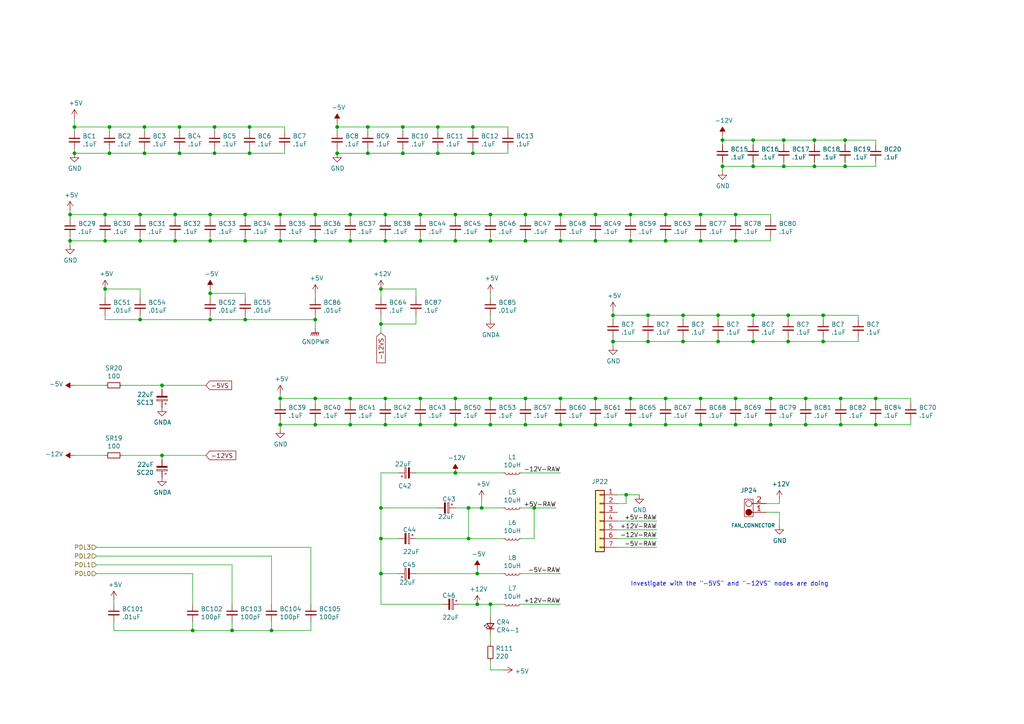
<source format=kicad_sch>
(kicad_sch (version 20211123) (generator eeschema)
  (paper "A4")
  (title_block (rev "2"))
  (lib_symbols
    (symbol "Connector_Generic:Conn_01x07" (pin_names (offset 1.016) hide)
      (property "Reference" "J" (at 0 10.16 0))
      (property "Value" "Conn_01x07" (at 0 -10.16 0))
      (symbol "Conn_01x07_1_1"
        (pin passive line (at -5.08 7.62 0) (length 3.81) (name "Pin_1") (number "1"))
        (pin passive line (at -5.08 5.08 0) (length 3.81) (name "Pin_2") (number "2"))
        (pin passive line (at -5.08 2.54 0) (length 3.81) (name "Pin_3") (number "3"))
        (pin passive line (at -5.08 0 0) (length 3.81) (name "Pin_4") (number "4"))
        (pin passive line (at -5.08 -2.54 0) (length 3.81) (name "Pin_5") (number "5"))
        (pin passive line (at -5.08 -5.08 0) (length 3.81) (name "Pin_6") (number "6"))
        (pin passive line (at -5.08 -7.62 0) (length 3.81) (name "Pin_7") (number "7"))
      )
    )
    (symbol "Device:C_Small" (pin_numbers hide) (pin_names (offset 0.254) hide)
      (property "Reference" "C" (at 0.254 1.778 0))
      (property "Value" "C_Small" (at 0.254 -2.032 0))
      (symbol "C_Small_1_1"
        (pin passive line (at 0 2.54 270) (length 2.032) (name "~") (number "1"))
        (pin passive line (at 0 -2.54 90) (length 2.032) (name "~") (number "2"))
      )
    )
    (symbol "Device:LED_Small" (pin_numbers hide) (pin_names (offset 0.254) hide)
      (property "Reference" "D" (at -1.27 3.175 0))
      (property "Value" "LED_Small" (at -4.445 -2.54 0))
      (symbol "LED_Small_1_1"
        (pin passive line (at -2.54 0 0) (length 1.778) (name "K") (number "1"))
        (pin passive line (at 2.54 0 180) (length 1.778) (name "A") (number "2"))
      )
    )
    (symbol "Device:L_Small" (pin_numbers hide) (pin_names (offset 0.254) hide)
      (property "Reference" "L" (at 0.762 1.016 0))
      (property "Value" "L_Small" (at 0.762 -1.016 0))
      (symbol "L_Small_1_1"
        (pin passive line (at 0 2.54 270) (length 0.508) (name "~") (number "1"))
        (pin passive line (at 0 -2.54 90) (length 0.508) (name "~") (number "2"))
      )
    )
    (symbol "Device:R_Small" (pin_numbers hide) (pin_names (offset 0.254) hide)
      (property "Reference" "R" (at 0.762 0.508 0))
      (property "Value" "R_Small" (at 0.762 -1.016 0))
      (symbol "R_Small_1_1"
        (pin passive line (at 0 2.54 270) (length 0.762) (name "~") (number "1"))
        (pin passive line (at 0 -2.54 90) (length 0.762) (name "~") (number "2"))
      )
    )
    (symbol "IIgs-Schematic-rescue:CP_Small-Device" (pin_numbers hide) (pin_names (offset 0.254) hide)
      (property "Reference" "C" (at 0.254 1.778 0))
      (property "Value" "CP_Small-Device" (at 0.254 -2.032 0))
      (symbol "CP_Small-Device_1_1"
        (pin passive line (at 0 2.54 270) (length 1.8542) (name "~") (number "1"))
        (pin passive line (at 0 -2.54 90) (length 1.8542) (name "~") (number "2"))
      )
    )
    (symbol "IIgs-Schematic-rescue:M02-freetronics_schematic-IIgs-Schematic-rescue" (pin_names (offset 0.762) hide)
      (property "Reference" "JP" (at -2.54 2.54 0))
      (property "Value" "IIgs-Schematic-rescue_M02-freetronics_schematic-IIgs-Schematic-rescue" (at -2.54 -5.08 0))
      (symbol "M02-freetronics_schematic-IIgs-Schematic-rescue_0_1"
        (pin passive line (at -7.62 0 0) (length 4.191) (name "1") (number "1"))
        (pin passive line (at -7.62 -2.54 0) (length 4.191) (name "2") (number "2"))
      )
    )
    (symbol "power:+12V" (power) (pin_names (offset 0))
      (property "Value" "+12V" (at 0 3.556 0))
      (symbol "+12V_1_1"
        (pin power_in line (at 0 0 90) (length 0) hide (name "+12V") (number "1"))
      )
    )
    (symbol "power:+5V" (power) (pin_names (offset 0))
      (property "Value" "+5V" (at 0 3.556 0))
      (symbol "+5V_1_1"
        (pin power_in line (at 0 0 90) (length 0) hide (name "+5V") (number "1"))
      )
    )
    (symbol "power:-12V" (power) (pin_names (offset 0))
      (property "Value" "-12V" (at 0 3.81 0))
      (symbol "-12V_0_0"
        (pin power_in line (at 0 0 90) (length 0) hide (name "-12V") (number "1"))
      )
    )
    (symbol "power:-5V" (power) (pin_names (offset 0))
      (property "Value" "-5V" (at 0 3.81 0))
      (symbol "-5V_0_0"
        (pin power_in line (at 0 0 90) (length 0) hide (name "-5V") (number "1"))
      )
    )
    (symbol "power:GND" (power) (pin_names (offset 0))
      (property "Value" "GND" (at 0 -3.81 0))
      (symbol "GND_1_1"
        (pin power_in line (at 0 0 270) (length 0) hide (name "GND") (number "1"))
      )
    )
    (symbol "power:GNDA" (power) (pin_names (offset 0))
      (property "Value" "GNDA" (at 0 -3.81 0))
      (symbol "GNDA_1_1"
        (pin power_in line (at 0 0 270) (length 0) hide (name "GNDA") (number "1"))
      )
    )
    (symbol "power:GNDPWR" (power) (pin_names (offset 0))
      (property "Value" "GNDPWR" (at 0 -3.302 0))
      (symbol "GNDPWR_1_1"
        (pin power_in line (at 0 0 270) (length 0) hide (name "GNDPWR") (number "1"))
      )
    )
  )
  (junction (at 97.79 36.83))
  (junction (at 30.48 62.23))
  (junction (at 227.33 48.26))
  (junction (at 203.2 69.85))
  (junction (at 209.55 48.26))
  (junction (at 60.96 85.09))
  (junction (at 30.48 83.82))
  (junction (at 101.6 123.19))
  (junction (at 60.96 92.71))
  (junction (at 139.7 147.32))
  (junction (at 135.89 147.32))
  (junction (at 208.28 99.06))
  (junction (at 30.48 69.85))
  (junction (at 142.24 62.23))
  (junction (at 172.72 115.57))
  (junction (at 72.39 36.83))
  (junction (at 218.44 99.06))
  (junction (at 213.36 115.57))
  (junction (at 91.44 123.19))
  (junction (at 21.59 36.83))
  (junction (at 110.49 156.21))
  (junction (at 213.36 62.23))
  (junction (at 41.91 36.83))
  (junction (at 71.12 69.85))
  (junction (at 228.6 91.44))
  (junction (at 187.96 91.44))
  (junction (at 245.11 40.64))
  (junction (at 40.64 69.85))
  (junction (at 81.28 62.23))
  (junction (at 236.22 48.26))
  (junction (at 110.49 83.82))
  (junction (at 228.6 99.06))
  (junction (at 233.68 123.19))
  (junction (at 81.28 115.57))
  (junction (at 243.84 115.57))
  (junction (at 227.33 40.64))
  (junction (at 111.76 123.19))
  (junction (at 213.36 69.85))
  (junction (at 193.04 69.85))
  (junction (at 78.74 182.88))
  (junction (at 182.88 123.19))
  (junction (at 243.84 123.19))
  (junction (at 20.32 62.23))
  (junction (at 218.44 40.64))
  (junction (at 198.12 91.44))
  (junction (at 132.08 123.19))
  (junction (at 81.28 69.85))
  (junction (at 121.92 69.85))
  (junction (at 162.56 115.57))
  (junction (at 236.22 40.64))
  (junction (at 71.12 92.71))
  (junction (at 172.72 62.23))
  (junction (at 132.08 137.16))
  (junction (at 52.07 36.83))
  (junction (at 110.49 166.37))
  (junction (at 142.24 123.19))
  (junction (at 142.24 115.57))
  (junction (at 223.52 123.19))
  (junction (at 223.52 115.57))
  (junction (at 21.59 44.45))
  (junction (at 203.2 62.23))
  (junction (at 110.49 147.32))
  (junction (at 41.91 44.45))
  (junction (at 203.2 115.57))
  (junction (at 135.89 156.21))
  (junction (at 172.72 69.85))
  (junction (at 245.11 48.26))
  (junction (at 142.24 69.85))
  (junction (at 209.55 40.64))
  (junction (at 233.68 115.57))
  (junction (at 81.28 123.19))
  (junction (at 218.44 91.44))
  (junction (at 127 36.83))
  (junction (at 137.16 36.83))
  (junction (at 187.96 99.06))
  (junction (at 182.88 62.23))
  (junction (at 46.99 111.76))
  (junction (at 198.12 99.06))
  (junction (at 20.32 69.85))
  (junction (at 62.23 44.45))
  (junction (at 132.08 115.57))
  (junction (at 40.64 62.23))
  (junction (at 101.6 62.23))
  (junction (at 50.8 62.23))
  (junction (at 91.44 92.71))
  (junction (at 152.4 123.19))
  (junction (at 91.44 62.23))
  (junction (at 67.31 182.88))
  (junction (at 152.4 62.23))
  (junction (at 238.76 99.06))
  (junction (at 71.12 62.23))
  (junction (at 55.88 182.88))
  (junction (at 152.4 69.85))
  (junction (at 138.43 175.26))
  (junction (at 121.92 115.57))
  (junction (at 132.08 62.23))
  (junction (at 154.94 147.32))
  (junction (at 254 115.57))
  (junction (at 182.88 69.85))
  (junction (at 110.49 93.98))
  (junction (at 162.56 62.23))
  (junction (at 111.76 62.23))
  (junction (at 60.96 62.23))
  (junction (at 182.88 115.57))
  (junction (at 60.96 69.85))
  (junction (at 238.76 91.44))
  (junction (at 172.72 123.19))
  (junction (at 111.76 115.57))
  (junction (at 121.92 62.23))
  (junction (at 177.8 99.06))
  (junction (at 106.68 36.83))
  (junction (at 40.64 92.71))
  (junction (at 152.4 115.57))
  (junction (at 162.56 69.85))
  (junction (at 111.76 69.85))
  (junction (at 116.84 36.83))
  (junction (at 62.23 36.83))
  (junction (at 50.8 69.85))
  (junction (at 132.08 69.85))
  (junction (at 203.2 123.19))
  (junction (at 162.56 123.19))
  (junction (at 127 44.45))
  (junction (at 208.28 91.44))
  (junction (at 31.75 44.45))
  (junction (at 106.68 44.45))
  (junction (at 101.6 115.57))
  (junction (at 254 123.19))
  (junction (at 52.07 44.45))
  (junction (at 116.84 44.45))
  (junction (at 72.39 44.45))
  (junction (at 31.75 36.83))
  (junction (at 121.92 123.19))
  (junction (at 218.44 48.26))
  (junction (at 91.44 115.57))
  (junction (at 193.04 123.19))
  (junction (at 213.36 123.19))
  (junction (at 46.99 132.08))
  (junction (at 181.61 143.51))
  (junction (at 97.79 44.45))
  (junction (at 137.16 44.45))
  (junction (at 142.24 175.26))
  (junction (at 193.04 115.57))
  (junction (at 177.8 91.44))
  (junction (at 193.04 62.23))
  (junction (at 138.43 166.37))
  (junction (at 91.44 69.85))
  (junction (at 101.6 69.85))
  (wire (pts (xy 71.12 62.23) (xy 60.96 62.23)))
  (wire (pts (xy 91.44 68.58) (xy 91.44 69.85)))
  (wire (pts (xy 120.65 137.16) (xy 132.08 137.16)))
  (wire (pts (xy 121.92 69.85) (xy 111.76 69.85)))
  (wire (pts (xy 151.13 137.16) (xy 162.56 137.16)))
  (wire (pts (xy 146.05 156.21) (xy 135.89 156.21)))
  (wire (pts (xy 203.2 121.92) (xy 203.2 123.19)))
  (wire (pts (xy 203.2 123.19) (xy 193.04 123.19)))
  (wire (pts (xy 30.48 69.85) (xy 20.32 69.85)))
  (wire (pts (xy 132.08 62.23) (xy 121.92 62.23)))
  (wire (pts (xy 81.28 121.92) (xy 81.28 123.19)))
  (wire (pts (xy 110.49 93.98) (xy 110.49 91.44)))
  (wire (pts (xy 172.72 69.85) (xy 162.56 69.85)))
  (wire (pts (xy 223.52 123.19) (xy 213.36 123.19)))
  (wire (pts (xy 97.79 43.18) (xy 97.79 44.45)))
  (wire (pts (xy 243.84 116.84) (xy 243.84 115.57)))
  (wire (pts (xy 127 43.18) (xy 127 44.45)))
  (wire (pts (xy 243.84 115.57) (xy 233.68 115.57)))
  (wire (pts (xy 236.22 41.91) (xy 236.22 40.64)))
  (wire (pts (xy 218.44 46.99) (xy 218.44 48.26)))
  (wire (pts (xy 81.28 69.85) (xy 71.12 69.85)))
  (wire (pts (xy 101.6 115.57) (xy 91.44 115.57)))
  (wire (pts (xy 127 38.1) (xy 127 36.83)))
  (wire (pts (xy 71.12 85.09) (xy 60.96 85.09)))
  (wire (pts (xy 135.89 156.21) (xy 120.65 156.21)))
  (wire (pts (xy 209.55 39.37) (xy 209.55 40.64)))
  (wire (pts (xy 111.76 123.19) (xy 101.6 123.19)))
  (wire (pts (xy 40.64 69.85) (xy 30.48 69.85)))
  (wire (pts (xy 177.8 91.44) (xy 177.8 90.17)))
  (wire (pts (xy 203.2 62.23) (xy 203.2 63.5)))
  (wire (pts (xy 142.24 91.44) (xy 142.24 92.71)))
  (wire (pts (xy 245.11 46.99) (xy 245.11 48.26)))
  (wire (pts (xy 218.44 40.64) (xy 209.55 40.64)))
  (wire (pts (xy 264.16 121.92) (xy 264.16 123.19)))
  (wire (pts (xy 55.88 166.37) (xy 55.88 175.26)))
  (wire (pts (xy 20.32 71.12) (xy 20.32 69.85)))
  (wire (pts (xy 218.44 41.91) (xy 218.44 40.64)))
  (wire (pts (xy 55.88 180.34) (xy 55.88 182.88)))
  (wire (pts (xy 78.74 182.88) (xy 90.17 182.88)))
  (wire (pts (xy 60.96 92.71) (xy 40.64 92.71)))
  (wire (pts (xy 179.07 156.21) (xy 190.5 156.21)))
  (wire (pts (xy 30.48 111.76) (xy 21.59 111.76)))
  (wire (pts (xy 154.94 147.32) (xy 161.29 147.32)))
  (wire (pts (xy 142.24 115.57) (xy 132.08 115.57)))
  (wire (pts (xy 40.64 92.71) (xy 30.48 92.71)))
  (wire (pts (xy 208.28 91.44) (xy 208.28 92.71)))
  (wire (pts (xy 182.88 116.84) (xy 182.88 115.57)))
  (wire (pts (xy 52.07 36.83) (xy 52.07 38.1)))
  (wire (pts (xy 30.48 62.23) (xy 30.48 63.5)))
  (wire (pts (xy 142.24 175.26) (xy 142.24 179.07)))
  (wire (pts (xy 142.24 62.23) (xy 132.08 62.23)))
  (wire (pts (xy 46.99 111.76) (xy 59.69 111.76)))
  (wire (pts (xy 21.59 44.45) (xy 21.59 43.18)))
  (wire (pts (xy 209.55 46.99) (xy 209.55 48.26)))
  (wire (pts (xy 116.84 43.18) (xy 116.84 44.45)))
  (wire (pts (xy 111.76 62.23) (xy 111.76 63.5)))
  (wire (pts (xy 81.28 68.58) (xy 81.28 69.85)))
  (wire (pts (xy 111.76 121.92) (xy 111.76 123.19)))
  (wire (pts (xy 62.23 43.18) (xy 62.23 44.45)))
  (wire (pts (xy 30.48 62.23) (xy 20.32 62.23)))
  (wire (pts (xy 67.31 163.83) (xy 67.31 175.26)))
  (wire (pts (xy 91.44 85.09) (xy 91.44 86.36)))
  (wire (pts (xy 62.23 36.83) (xy 62.23 38.1)))
  (wire (pts (xy 193.04 68.58) (xy 193.04 69.85)))
  (wire (pts (xy 55.88 182.88) (xy 67.31 182.88)))
  (wire (pts (xy 142.24 123.19) (xy 132.08 123.19)))
  (wire (pts (xy 213.36 62.23) (xy 213.36 63.5)))
  (wire (pts (xy 139.7 144.78) (xy 139.7 147.32)))
  (wire (pts (xy 154.94 156.21) (xy 154.94 147.32)))
  (wire (pts (xy 193.04 62.23) (xy 182.88 62.23)))
  (wire (pts (xy 116.84 36.83) (xy 106.68 36.83)))
  (wire (pts (xy 132.08 68.58) (xy 132.08 69.85)))
  (wire (pts (xy 30.48 68.58) (xy 30.48 69.85)))
  (wire (pts (xy 110.49 96.52) (xy 110.49 93.98)))
  (wire (pts (xy 81.28 116.84) (xy 81.28 115.57)))
  (wire (pts (xy 254 46.99) (xy 254 48.26)))
  (wire (pts (xy 139.7 147.32) (xy 146.05 147.32)))
  (wire (pts (xy 162.56 62.23) (xy 152.4 62.23)))
  (wire (pts (xy 91.44 91.44) (xy 91.44 92.71)))
  (wire (pts (xy 198.12 91.44) (xy 198.12 92.71)))
  (wire (pts (xy 106.68 36.83) (xy 97.79 36.83)))
  (wire (pts (xy 243.84 123.19) (xy 233.68 123.19)))
  (wire (pts (xy 27.94 161.29) (xy 78.74 161.29)))
  (wire (pts (xy 151.13 166.37) (xy 162.56 166.37)))
  (wire (pts (xy 72.39 36.83) (xy 62.23 36.83)))
  (wire (pts (xy 233.68 121.92) (xy 233.68 123.19)))
  (wire (pts (xy 21.59 34.29) (xy 21.59 36.83)))
  (wire (pts (xy 132.08 121.92) (xy 132.08 123.19)))
  (wire (pts (xy 227.33 40.64) (xy 218.44 40.64)))
  (wire (pts (xy 193.04 116.84) (xy 193.04 115.57)))
  (wire (pts (xy 127 36.83) (xy 116.84 36.83)))
  (wire (pts (xy 254 40.64) (xy 245.11 40.64)))
  (wire (pts (xy 182.88 121.92) (xy 182.88 123.19)))
  (wire (pts (xy 121.92 123.19) (xy 111.76 123.19)))
  (wire (pts (xy 132.08 62.23) (xy 132.08 63.5)))
  (wire (pts (xy 236.22 46.99) (xy 236.22 48.26)))
  (wire (pts (xy 193.04 121.92) (xy 193.04 123.19)))
  (wire (pts (xy 116.84 44.45) (xy 106.68 44.45)))
  (wire (pts (xy 67.31 180.34) (xy 67.31 182.88)))
  (wire (pts (xy 41.91 43.18) (xy 41.91 44.45)))
  (wire (pts (xy 248.92 92.71) (xy 248.92 91.44)))
  (wire (pts (xy 62.23 44.45) (xy 52.07 44.45)))
  (wire (pts (xy 152.4 116.84) (xy 152.4 115.57)))
  (wire (pts (xy 142.24 85.09) (xy 142.24 86.36)))
  (wire (pts (xy 33.02 173.99) (xy 33.02 175.26)))
  (wire (pts (xy 151.13 175.26) (xy 162.56 175.26)))
  (wire (pts (xy 137.16 44.45) (xy 127 44.45)))
  (wire (pts (xy 20.32 62.23) (xy 20.32 63.5)))
  (wire (pts (xy 46.99 132.08) (xy 46.99 133.35)))
  (wire (pts (xy 254 116.84) (xy 254 115.57)))
  (wire (pts (xy 142.24 121.92) (xy 142.24 123.19)))
  (wire (pts (xy 91.44 116.84) (xy 91.44 115.57)))
  (wire (pts (xy 60.96 92.71) (xy 71.12 92.71)))
  (wire (pts (xy 111.76 69.85) (xy 101.6 69.85)))
  (wire (pts (xy 226.06 148.59) (xy 226.06 152.4)))
  (wire (pts (xy 162.56 121.92) (xy 162.56 123.19)))
  (wire (pts (xy 152.4 69.85) (xy 142.24 69.85)))
  (wire (pts (xy 35.56 111.76) (xy 46.99 111.76)))
  (wire (pts (xy 208.28 97.79) (xy 208.28 99.06)))
  (wire (pts (xy 228.6 99.06) (xy 218.44 99.06)))
  (wire (pts (xy 27.94 166.37) (xy 55.88 166.37)))
  (wire (pts (xy 106.68 38.1) (xy 106.68 36.83)))
  (wire (pts (xy 223.52 62.23) (xy 213.36 62.23)))
  (wire (pts (xy 223.52 68.58) (xy 223.52 69.85)))
  (wire (pts (xy 40.64 86.36) (xy 40.64 83.82)))
  (wire (pts (xy 243.84 121.92) (xy 243.84 123.19)))
  (wire (pts (xy 152.4 62.23) (xy 152.4 63.5)))
  (wire (pts (xy 179.07 143.51) (xy 181.61 143.51)))
  (wire (pts (xy 179.07 153.67) (xy 190.5 153.67)))
  (wire (pts (xy 142.24 68.58) (xy 142.24 69.85)))
  (wire (pts (xy 228.6 91.44) (xy 218.44 91.44)))
  (wire (pts (xy 72.39 44.45) (xy 62.23 44.45)))
  (wire (pts (xy 223.52 121.92) (xy 223.52 123.19)))
  (wire (pts (xy 162.56 69.85) (xy 152.4 69.85)))
  (wire (pts (xy 110.49 156.21) (xy 115.57 156.21)))
  (wire (pts (xy 187.96 97.79) (xy 187.96 99.06)))
  (wire (pts (xy 198.12 91.44) (xy 187.96 91.44)))
  (wire (pts (xy 33.02 182.88) (xy 33.02 180.34)))
  (wire (pts (xy 81.28 114.3) (xy 81.28 115.57)))
  (wire (pts (xy 101.6 68.58) (xy 101.6 69.85)))
  (wire (pts (xy 228.6 91.44) (xy 228.6 92.71)))
  (wire (pts (xy 121.92 68.58) (xy 121.92 69.85)))
  (wire (pts (xy 91.44 121.92) (xy 91.44 123.19)))
  (wire (pts (xy 50.8 62.23) (xy 40.64 62.23)))
  (wire (pts (xy 233.68 116.84) (xy 233.68 115.57)))
  (wire (pts (xy 218.44 97.79) (xy 218.44 99.06)))
  (wire (pts (xy 248.92 97.79) (xy 248.92 99.06)))
  (wire (pts (xy 27.94 158.75) (xy 90.17 158.75)))
  (wire (pts (xy 31.75 43.18) (xy 31.75 44.45)))
  (wire (pts (xy 101.6 62.23) (xy 91.44 62.23)))
  (wire (pts (xy 172.72 123.19) (xy 162.56 123.19)))
  (wire (pts (xy 111.76 116.84) (xy 111.76 115.57)))
  (wire (pts (xy 30.48 92.71) (xy 30.48 91.44)))
  (wire (pts (xy 213.36 116.84) (xy 213.36 115.57)))
  (wire (pts (xy 101.6 62.23) (xy 101.6 63.5)))
  (wire (pts (xy 193.04 123.19) (xy 182.88 123.19)))
  (wire (pts (xy 254 115.57) (xy 243.84 115.57)))
  (wire (pts (xy 31.75 44.45) (xy 21.59 44.45)))
  (wire (pts (xy 151.13 156.21) (xy 154.94 156.21)))
  (wire (pts (xy 137.16 43.18) (xy 137.16 44.45)))
  (wire (pts (xy 137.16 38.1) (xy 137.16 36.83)))
  (wire (pts (xy 90.17 180.34) (xy 90.17 182.88)))
  (wire (pts (xy 245.11 41.91) (xy 245.11 40.64)))
  (wire (pts (xy 81.28 62.23) (xy 71.12 62.23)))
  (wire (pts (xy 50.8 68.58) (xy 50.8 69.85)))
  (wire (pts (xy 182.88 123.19) (xy 172.72 123.19)))
  (wire (pts (xy 254 123.19) (xy 243.84 123.19)))
  (wire (pts (xy 127 147.32) (xy 110.49 147.32)))
  (wire (pts (xy 142.24 69.85) (xy 132.08 69.85)))
  (wire (pts (xy 213.36 123.19) (xy 203.2 123.19)))
  (wire (pts (xy 162.56 62.23) (xy 162.56 63.5)))
  (wire (pts (xy 203.2 116.84) (xy 203.2 115.57)))
  (wire (pts (xy 71.12 69.85) (xy 60.96 69.85)))
  (wire (pts (xy 162.56 123.19) (xy 152.4 123.19)))
  (wire (pts (xy 208.28 99.06) (xy 198.12 99.06)))
  (wire (pts (xy 226.06 146.05) (xy 226.06 144.78)))
  (wire (pts (xy 110.49 166.37) (xy 110.49 175.26)))
  (wire (pts (xy 110.49 147.32) (xy 110.49 156.21)))
  (wire (pts (xy 121.92 62.23) (xy 111.76 62.23)))
  (wire (pts (xy 177.8 97.79) (xy 177.8 99.06)))
  (wire (pts (xy 55.88 182.88) (xy 33.02 182.88)))
  (wire (pts (xy 120.65 91.44) (xy 120.65 93.98)))
  (wire (pts (xy 187.96 91.44) (xy 177.8 91.44)))
  (wire (pts (xy 60.96 68.58) (xy 60.96 69.85)))
  (wire (pts (xy 147.32 43.18) (xy 147.32 44.45)))
  (wire (pts (xy 254 121.92) (xy 254 123.19)))
  (wire (pts (xy 137.16 36.83) (xy 127 36.83)))
  (wire (pts (xy 213.36 69.85) (xy 203.2 69.85)))
  (wire (pts (xy 162.56 68.58) (xy 162.56 69.85)))
  (wire (pts (xy 121.92 62.23) (xy 121.92 63.5)))
  (wire (pts (xy 162.56 116.84) (xy 162.56 115.57)))
  (wire (pts (xy 227.33 41.91) (xy 227.33 40.64)))
  (wire (pts (xy 72.39 36.83) (xy 72.39 38.1)))
  (wire (pts (xy 245.11 48.26) (xy 236.22 48.26)))
  (wire (pts (xy 135.89 147.32) (xy 139.7 147.32)))
  (wire (pts (xy 142.24 194.31) (xy 142.24 191.77)))
  (wire (pts (xy 60.96 62.23) (xy 50.8 62.23)))
  (wire (pts (xy 132.08 69.85) (xy 121.92 69.85)))
  (wire (pts (xy 254 48.26) (xy 245.11 48.26)))
  (wire (pts (xy 142.24 62.23) (xy 142.24 63.5)))
  (wire (pts (xy 233.68 115.57) (xy 223.52 115.57)))
  (wire (pts (xy 203.2 115.57) (xy 193.04 115.57)))
  (wire (pts (xy 97.79 36.83) (xy 97.79 38.1)))
  (wire (pts (xy 20.32 60.96) (xy 20.32 62.23)))
  (wire (pts (xy 187.96 91.44) (xy 187.96 92.71)))
  (wire (pts (xy 172.72 121.92) (xy 172.72 123.19)))
  (wire (pts (xy 82.55 36.83) (xy 82.55 38.1)))
  (wire (pts (xy 60.96 62.23) (xy 60.96 63.5)))
  (wire (pts (xy 116.84 38.1) (xy 116.84 36.83)))
  (wire (pts (xy 182.88 62.23) (xy 172.72 62.23)))
  (wire (pts (xy 218.44 48.26) (xy 209.55 48.26)))
  (wire (pts (xy 111.76 115.57) (xy 101.6 115.57)))
  (wire (pts (xy 154.94 147.32) (xy 151.13 147.32)))
  (wire (pts (xy 91.44 115.57) (xy 81.28 115.57)))
  (wire (pts (xy 110.49 83.82) (xy 110.49 86.36)))
  (wire (pts (xy 172.72 62.23) (xy 162.56 62.23)))
  (wire (pts (xy 209.55 49.53) (xy 209.55 48.26)))
  (wire (pts (xy 71.12 91.44) (xy 71.12 92.71)))
  (wire (pts (xy 91.44 92.71) (xy 91.44 95.25)))
  (wire (pts (xy 121.92 116.84) (xy 121.92 115.57)))
  (wire (pts (xy 142.24 175.26) (xy 146.05 175.26)))
  (wire (pts (xy 238.76 99.06) (xy 228.6 99.06)))
  (wire (pts (xy 50.8 62.23) (xy 50.8 63.5)))
  (wire (pts (xy 78.74 161.29) (xy 78.74 175.26)))
  (wire (pts (xy 111.76 62.23) (xy 101.6 62.23)))
  (wire (pts (xy 101.6 123.19) (xy 91.44 123.19)))
  (wire (pts (xy 213.36 62.23) (xy 203.2 62.23)))
  (wire (pts (xy 177.8 99.06) (xy 177.8 100.33)))
  (wire (pts (xy 120.65 93.98) (xy 110.49 93.98)))
  (wire (pts (xy 254 41.91) (xy 254 40.64)))
  (wire (pts (xy 213.36 121.92) (xy 213.36 123.19)))
  (wire (pts (xy 142.24 184.15) (xy 142.24 186.69)))
  (wire (pts (xy 115.57 166.37) (xy 110.49 166.37)))
  (wire (pts (xy 60.96 83.82) (xy 60.96 85.09)))
  (wire (pts (xy 132.08 147.32) (xy 135.89 147.32)))
  (wire (pts (xy 233.68 123.19) (xy 223.52 123.19)))
  (wire (pts (xy 111.76 68.58) (xy 111.76 69.85)))
  (wire (pts (xy 40.64 68.58) (xy 40.64 69.85)))
  (wire (pts (xy 135.89 147.32) (xy 135.89 156.21)))
  (wire (pts (xy 203.2 69.85) (xy 193.04 69.85)))
  (wire (pts (xy 146.05 194.31) (xy 142.24 194.31)))
  (wire (pts (xy 91.44 62.23) (xy 91.44 63.5)))
  (wire (pts (xy 227.33 46.99) (xy 227.33 48.26)))
  (wire (pts (xy 81.28 62.23) (xy 81.28 63.5)))
  (wire (pts (xy 127 44.45) (xy 116.84 44.45)))
  (wire (pts (xy 248.92 99.06) (xy 238.76 99.06)))
  (wire (pts (xy 222.25 146.05) (xy 226.06 146.05)))
  (wire (pts (xy 46.99 132.08) (xy 59.69 132.08)))
  (wire (pts (xy 52.07 43.18) (xy 52.07 44.45)))
  (wire (pts (xy 152.4 62.23) (xy 142.24 62.23)))
  (wire (pts (xy 172.72 62.23) (xy 172.72 63.5)))
  (wire (pts (xy 101.6 121.92) (xy 101.6 123.19)))
  (wire (pts (xy 91.44 62.23) (xy 81.28 62.23)))
  (wire (pts (xy 132.08 123.19) (xy 121.92 123.19)))
  (wire (pts (xy 213.36 115.57) (xy 203.2 115.57)))
  (wire (pts (xy 40.64 83.82) (xy 30.48 83.82)))
  (wire (pts (xy 236.22 48.26) (xy 227.33 48.26)))
  (wire (pts (xy 177.8 92.71) (xy 177.8 91.44)))
  (wire (pts (xy 115.57 137.16) (xy 110.49 137.16)))
  (wire (pts (xy 41.91 36.83) (xy 31.75 36.83)))
  (wire (pts (xy 162.56 115.57) (xy 152.4 115.57)))
  (wire (pts (xy 60.96 69.85) (xy 50.8 69.85)))
  (wire (pts (xy 238.76 91.44) (xy 238.76 92.71)))
  (wire (pts (xy 101.6 69.85) (xy 91.44 69.85)))
  (wire (pts (xy 46.99 111.76) (xy 46.99 113.03)))
  (wire (pts (xy 82.55 43.18) (xy 82.55 44.45)))
  (wire (pts (xy 181.61 143.51) (xy 181.61 146.05)))
  (wire (pts (xy 132.08 115.57) (xy 121.92 115.57)))
  (wire (pts (xy 62.23 36.83) (xy 52.07 36.83)))
  (wire (pts (xy 106.68 44.45) (xy 97.79 44.45)))
  (wire (pts (xy 223.52 116.84) (xy 223.52 115.57)))
  (wire (pts (xy 91.44 123.19) (xy 81.28 123.19)))
  (wire (pts (xy 152.4 68.58) (xy 152.4 69.85)))
  (wire (pts (xy 133.35 175.26) (xy 138.43 175.26)))
  (wire (pts (xy 172.72 68.58) (xy 172.72 69.85)))
  (wire (pts (xy 106.68 43.18) (xy 106.68 44.45)))
  (wire (pts (xy 193.04 69.85) (xy 182.88 69.85)))
  (wire (pts (xy 138.43 166.37) (xy 146.05 166.37)))
  (wire (pts (xy 223.52 62.23) (xy 223.52 63.5)))
  (wire (pts (xy 40.64 91.44) (xy 40.64 92.71)))
  (wire (pts (xy 218.44 91.44) (xy 218.44 92.71)))
  (wire (pts (xy 71.12 86.36) (xy 71.12 85.09)))
  (wire (pts (xy 185.42 143.51) (xy 181.61 143.51)))
  (wire (pts (xy 71.12 92.71) (xy 91.44 92.71)))
  (wire (pts (xy 30.48 132.08) (xy 21.59 132.08)))
  (wire (pts (xy 128.27 175.26) (xy 110.49 175.26)))
  (wire (pts (xy 198.12 97.79) (xy 198.12 99.06)))
  (wire (pts (xy 227.33 48.26) (xy 218.44 48.26)))
  (wire (pts (xy 60.96 86.36) (xy 60.96 85.09)))
  (wire (pts (xy 82.55 36.83) (xy 72.39 36.83)))
  (wire (pts (xy 187.96 99.06) (xy 177.8 99.06)))
  (wire (pts (xy 21.59 36.83) (xy 21.59 38.1)))
  (wire (pts (xy 101.6 116.84) (xy 101.6 115.57)))
  (wire (pts (xy 223.52 115.57) (xy 213.36 115.57)))
  (wire (pts (xy 120.65 86.36) (xy 120.65 83.82)))
  (wire (pts (xy 110.49 156.21) (xy 110.49 166.37)))
  (wire (pts (xy 172.72 115.57) (xy 162.56 115.57)))
  (wire (pts (xy 71.12 62.23) (xy 71.12 63.5)))
  (wire (pts (xy 193.04 115.57) (xy 182.88 115.57)))
  (wire (pts (xy 138.43 165.1) (xy 138.43 166.37)))
  (wire (pts (xy 91.44 69.85) (xy 81.28 69.85)))
  (wire (pts (xy 218.44 91.44) (xy 208.28 91.44)))
  (wire (pts (xy 41.91 44.45) (xy 31.75 44.45)))
  (wire (pts (xy 264.16 115.57) (xy 254 115.57)))
  (wire (pts (xy 20.32 68.58) (xy 20.32 69.85)))
  (wire (pts (xy 182.88 68.58) (xy 182.88 69.85)))
  (wire (pts (xy 228.6 97.79) (xy 228.6 99.06)))
  (wire (pts (xy 67.31 182.88) (xy 78.74 182.88)))
  (wire (pts (xy 121.92 115.57) (xy 111.76 115.57)))
  (wire (pts (xy 264.16 116.84) (xy 264.16 115.57)))
  (wire (pts (xy 152.4 123.19) (xy 142.24 123.19)))
  (wire (pts (xy 72.39 43.18) (xy 72.39 44.45)))
  (wire (pts (xy 81.28 124.46) (xy 81.28 123.19)))
  (wire (pts (xy 40.64 62.23) (xy 30.48 62.23)))
  (wire (pts (xy 40.64 62.23) (xy 40.64 63.5)))
  (wire (pts (xy 50.8 69.85) (xy 40.64 69.85)))
  (wire (pts (xy 182.88 115.57) (xy 172.72 115.57)))
  (wire (pts (xy 198.12 99.06) (xy 187.96 99.06)))
  (wire (pts (xy 120.65 83.82) (xy 110.49 83.82)))
  (wire (pts (xy 110.49 137.16) (xy 110.49 147.32)))
  (wire (pts (xy 132.08 116.84) (xy 132.08 115.57)))
  (wire (pts (xy 248.92 91.44) (xy 238.76 91.44)))
  (wire (pts (xy 209.55 40.64) (xy 209.55 41.91)))
  (wire (pts (xy 137.16 44.45) (xy 147.32 44.45)))
  (wire (pts (xy 35.56 132.08) (xy 46.99 132.08)))
  (wire (pts (xy 182.88 62.23) (xy 182.88 63.5)))
  (wire (pts (xy 238.76 91.44) (xy 228.6 91.44)))
  (wire (pts (xy 223.52 69.85) (xy 213.36 69.85)))
  (wire (pts (xy 182.88 69.85) (xy 172.72 69.85)))
  (wire (pts (xy 218.44 99.06) (xy 208.28 99.06)))
  (wire (pts (xy 121.92 121.92) (xy 121.92 123.19)))
  (wire (pts (xy 203.2 62.23) (xy 193.04 62.23)))
  (wire (pts (xy 137.16 36.83) (xy 147.32 36.83)))
  (wire (pts (xy 31.75 36.83) (xy 31.75 38.1)))
  (wire (pts (xy 30.48 83.82) (xy 30.48 86.36)))
  (wire (pts (xy 90.17 158.75) (xy 90.17 175.26)))
  (wire (pts (xy 222.25 148.59) (xy 226.06 148.59)))
  (wire (pts (xy 236.22 40.64) (xy 227.33 40.64)))
  (wire (pts (xy 152.4 115.57) (xy 142.24 115.57)))
  (wire (pts (xy 203.2 68.58) (xy 203.2 69.85)))
  (wire (pts (xy 52.07 36.83) (xy 41.91 36.83)))
  (wire (pts (xy 179.07 151.13) (xy 190.5 151.13)))
  (wire (pts (xy 71.12 68.58) (xy 71.12 69.85)))
  (wire (pts (xy 97.79 35.56) (xy 97.79 36.83)))
  (wire (pts (xy 264.16 123.19) (xy 254 123.19)))
  (wire (pts (xy 82.55 44.45) (xy 72.39 44.45)))
  (wire (pts (xy 179.07 158.75) (xy 190.5 158.75)))
  (wire (pts (xy 213.36 68.58) (xy 213.36 69.85)))
  (wire (pts (xy 172.72 116.84) (xy 172.72 115.57)))
  (wire (pts (xy 181.61 146.05) (xy 179.07 146.05)))
  (wire (pts (xy 41.91 36.83) (xy 41.91 38.1)))
  (wire (pts (xy 52.07 44.45) (xy 41.91 44.45)))
  (wire (pts (xy 208.28 91.44) (xy 198.12 91.44)))
  (wire (pts (xy 132.08 137.16) (xy 146.05 137.16)))
  (wire (pts (xy 60.96 92.71) (xy 60.96 91.44)))
  (wire (pts (xy 120.65 166.37) (xy 138.43 166.37)))
  (wire (pts (xy 142.24 116.84) (xy 142.24 115.57)))
  (wire (pts (xy 238.76 97.79) (xy 238.76 99.06)))
  (wire (pts (xy 193.04 62.23) (xy 193.04 63.5)))
  (wire (pts (xy 152.4 121.92) (xy 152.4 123.19)))
  (wire (pts (xy 147.32 38.1) (xy 147.32 36.83)))
  (wire (pts (xy 78.74 180.34) (xy 78.74 182.88)))
  (wire (pts (xy 31.75 36.83) (xy 21.59 36.83)))
  (wire (pts (xy 245.11 40.64) (xy 236.22 40.64)))
  (wire (pts (xy 27.94 163.83) (xy 67.31 163.83)))
  (wire (pts (xy 138.43 175.26) (xy 142.24 175.26)))
  (text "Investigate with the \"-5VS\" and \"-12VS\" nodes are doing" (at 182.88 170.18 0) (effects (font (size 1.27 1.27)) (justify left bottom)))
  (label "+12V-RAW" (at 162.56 175.26 180))
  (label "-5V-RAW" (at 190.5 158.75 180))
  (label "-12V-RAW" (at 162.56 137.16 180))
  (label "-12V-RAW" (at 190.5 156.21 180))
  (label "+5V-RAW" (at 161.29 147.32 180))
  (label "-5V-RAW" (at 162.56 166.37 180))
  (label "+5V-RAW" (at 190.5 151.13 180))
  (label "+12V-RAW" (at 190.5 153.67 180))
  (global_label "-12VS" (shape input) (at 110.49 96.52 270) (property "Intersheet References" "${INTERSHEET_REFS}" (effects hide)))
  (global_label "-12VS" (shape input) (at 59.69 132.08 0) (property "Intersheet References" "${INTERSHEET_REFS}" (effects hide)))
  (global_label "-5VS" (shape input) (at 59.69 111.76 0) (property "Intersheet References" "${INTERSHEET_REFS}" (effects hide)))
  (hierarchical_label "PDL1" (shape input) (at 27.94 163.83 180))
  (hierarchical_label "PDL3" (shape input) (at 27.94 158.75 180))
  (hierarchical_label "PDL0" (shape input) (at 27.94 166.37 180))
  (hierarchical_label "PDL2" (shape input) (at 27.94 161.29 180))
  (symbol (lib_id "Device:C_Small") (at 20.32 66.04 0) (unit 1)
    (property "Reference" "BC29" (at 22.6568 64.8716 0) (effects (justify left)))
    (property "Value" ".1uF" (at 22.6568 67.183 0) (effects (justify left)))
  )
  (symbol (lib_id "Device:C_Small") (at 30.48 88.9 0) (unit 1)
    (property "Reference" "BC51" (at 32.8168 87.7316 0) (effects (justify left)))
    (property "Value" ".01uF" (at 32.8168 90.043 0) (effects (justify left)))
  )
  (symbol (lib_id "Device:C_Small") (at 21.59 40.64 0) (unit 1)
    (property "Reference" "BC1" (at 23.9268 39.4716 0) (effects (justify left)))
    (property "Value" ".1uF" (at 23.9268 41.783 0) (effects (justify left)))
  )
  (symbol (lib_id "Device:C_Small") (at 31.75 40.64 0) (unit 1)
    (property "Reference" "BC2" (at 34.0868 39.4716 0) (effects (justify left)))
    (property "Value" ".1uF" (at 34.0868 41.783 0) (effects (justify left)))
  )
  (symbol (lib_id "Device:C_Small") (at 41.91 40.64 0) (unit 1)
    (property "Reference" "BC3" (at 44.2468 39.4716 0) (effects (justify left)))
    (property "Value" ".1uF" (at 44.2468 41.783 0) (effects (justify left)))
  )
  (symbol (lib_id "Device:C_Small") (at 52.07 40.64 0) (unit 1)
    (property "Reference" "BC4" (at 54.4068 39.4716 0) (effects (justify left)))
    (property "Value" ".1uF" (at 54.4068 41.783 0) (effects (justify left)))
  )
  (symbol (lib_id "Device:C_Small") (at 62.23 40.64 0) (unit 1)
    (property "Reference" "BC5" (at 64.5668 39.4716 0) (effects (justify left)))
    (property "Value" ".1uF" (at 64.5668 41.783 0) (effects (justify left)))
  )
  (symbol (lib_id "Device:C_Small") (at 72.39 40.64 0) (unit 1)
    (property "Reference" "BC6" (at 74.7268 39.4716 0) (effects (justify left)))
    (property "Value" ".1uF" (at 74.7268 41.783 0) (effects (justify left)))
  )
  (symbol (lib_id "Device:C_Small") (at 82.55 40.64 0) (unit 1)
    (property "Reference" "BC7" (at 84.8868 39.4716 0) (effects (justify left)))
    (property "Value" ".1uF" (at 84.8868 41.783 0) (effects (justify left)))
  )
  (symbol (lib_id "Device:C_Small") (at 97.79 40.64 0) (unit 1)
    (property "Reference" "BC8" (at 100.1268 39.4716 0) (effects (justify left)))
    (property "Value" ".1uF" (at 100.1268 41.783 0) (effects (justify left)))
  )
  (symbol (lib_id "Device:C_Small") (at 106.68 40.64 0) (unit 1)
    (property "Reference" "BC9" (at 109.0168 39.4716 0) (effects (justify left)))
    (property "Value" ".1uF" (at 109.0168 41.783 0) (effects (justify left)))
  )
  (symbol (lib_id "Device:C_Small") (at 116.84 40.64 0) (unit 1)
    (property "Reference" "BC10" (at 119.1768 39.4716 0) (effects (justify left)))
    (property "Value" ".1uF" (at 119.1768 41.783 0) (effects (justify left)))
  )
  (symbol (lib_id "Device:C_Small") (at 127 40.64 0) (unit 1)
    (property "Reference" "BC11" (at 129.3368 39.4716 0) (effects (justify left)))
    (property "Value" ".1uF" (at 129.3368 41.783 0) (effects (justify left)))
  )
  (symbol (lib_id "Device:C_Small") (at 137.16 40.64 0) (unit 1)
    (property "Reference" "BC12" (at 139.4968 39.4716 0) (effects (justify left)))
    (property "Value" ".1uF" (at 139.4968 41.783 0) (effects (justify left)))
  )
  (symbol (lib_id "Device:C_Small") (at 147.32 40.64 0) (unit 1)
    (property "Reference" "BC13" (at 149.6568 39.4716 0) (effects (justify left)))
    (property "Value" ".1uF" (at 149.6568 41.783 0) (effects (justify left)))
  )
  (symbol (lib_id "Device:C_Small") (at 81.28 119.38 0) (unit 1)
    (property "Reference" "BC39" (at 83.6168 118.2116 0) (effects (justify left)))
    (property "Value" ".1uF" (at 83.6168 120.523 0) (effects (justify left)))
  )
  (symbol (lib_id "Device:C_Small") (at 91.44 119.38 0) (unit 1)
    (property "Reference" "BC40" (at 93.7768 118.2116 0) (effects (justify left)))
    (property "Value" ".1uF" (at 93.7768 120.523 0) (effects (justify left)))
  )
  (symbol (lib_id "Device:C_Small") (at 101.6 119.38 0) (unit 1)
    (property "Reference" "BC41" (at 103.9368 118.2116 0) (effects (justify left)))
    (property "Value" ".1uF" (at 103.9368 120.523 0) (effects (justify left)))
  )
  (symbol (lib_id "Device:C_Small") (at 111.76 119.38 0) (unit 1)
    (property "Reference" "BC42" (at 114.0968 118.2116 0) (effects (justify left)))
    (property "Value" ".1uF" (at 114.0968 120.523 0) (effects (justify left)))
  )
  (symbol (lib_id "Device:C_Small") (at 121.92 119.38 0) (unit 1)
    (property "Reference" "BC43" (at 124.2568 118.2116 0) (effects (justify left)))
    (property "Value" ".1uF" (at 124.2568 120.523 0) (effects (justify left)))
  )
  (symbol (lib_id "Device:C_Small") (at 132.08 119.38 0) (unit 1)
    (property "Reference" "BC50" (at 134.4168 118.2116 0) (effects (justify left)))
    (property "Value" ".1uF" (at 134.4168 120.523 0) (effects (justify left)))
  )
  (symbol (lib_id "Device:C_Small") (at 142.24 119.38 0) (unit 1)
    (property "Reference" "BC53" (at 144.5768 118.2116 0) (effects (justify left)))
    (property "Value" ".1uF" (at 144.5768 120.523 0) (effects (justify left)))
  )
  (symbol (lib_id "Device:C_Small") (at 152.4 119.38 0) (unit 1)
    (property "Reference" "BC57" (at 154.7368 118.2116 0) (effects (justify left)))
    (property "Value" ".1uF" (at 154.7368 120.523 0) (effects (justify left)))
  )
  (symbol (lib_id "Device:C_Small") (at 162.56 119.38 0) (unit 1)
    (property "Reference" "BC60" (at 164.8968 118.2116 0) (effects (justify left)))
    (property "Value" ".1uF" (at 164.8968 120.523 0) (effects (justify left)))
  )
  (symbol (lib_id "Device:C_Small") (at 172.72 119.38 0) (unit 1)
    (property "Reference" "BC61" (at 175.0568 118.2116 0) (effects (justify left)))
    (property "Value" ".1uF" (at 175.0568 120.523 0) (effects (justify left)))
  )
  (symbol (lib_id "Device:C_Small") (at 182.88 119.38 0) (unit 1)
    (property "Reference" "BC65" (at 185.2168 118.2116 0) (effects (justify left)))
    (property "Value" ".1uF" (at 185.2168 120.523 0) (effects (justify left)))
  )
  (symbol (lib_id "Device:C_Small") (at 193.04 119.38 0) (unit 1)
    (property "Reference" "BC67" (at 195.3768 118.2116 0) (effects (justify left)))
    (property "Value" ".1uF" (at 195.3768 120.523 0) (effects (justify left)))
  )
  (symbol (lib_id "Device:C_Small") (at 203.2 119.38 0) (unit 1)
    (property "Reference" "BC68" (at 205.5368 118.2116 0) (effects (justify left)))
    (property "Value" ".1uF" (at 205.5368 120.523 0) (effects (justify left)))
  )
  (symbol (lib_id "Device:C_Small") (at 213.36 119.38 0) (unit 1)
    (property "Reference" "BC69" (at 215.6968 118.2116 0) (effects (justify left)))
    (property "Value" ".1uF" (at 215.6968 120.523 0) (effects (justify left)))
  )
  (symbol (lib_id "Device:C_Small") (at 223.52 119.38 0) (unit 1)
    (property "Reference" "BC79" (at 225.8568 118.2116 0) (effects (justify left)))
    (property "Value" ".1uF" (at 225.8568 120.523 0) (effects (justify left)))
  )
  (symbol (lib_id "Device:C_Small") (at 233.68 119.38 0) (unit 1)
    (property "Reference" "BC81" (at 236.0168 118.2116 0) (effects (justify left)))
    (property "Value" ".1uF" (at 236.0168 120.523 0) (effects (justify left)))
  )
  (symbol (lib_id "Device:C_Small") (at 243.84 119.38 0) (unit 1)
    (property "Reference" "BC82" (at 246.1768 118.2116 0) (effects (justify left)))
    (property "Value" ".1uF" (at 246.1768 120.523 0) (effects (justify left)))
  )
  (symbol (lib_id "Device:C_Small") (at 254 119.38 0) (unit 1)
    (property "Reference" "BC84" (at 256.3368 118.2116 0) (effects (justify left)))
    (property "Value" ".1uF" (at 256.3368 120.523 0) (effects (justify left)))
  )
  (symbol (lib_id "Device:C_Small") (at 264.16 119.38 0) (unit 1)
    (property "Reference" "BC70" (at 266.4968 118.2116 0) (effects (justify left)))
    (property "Value" ".1uF" (at 266.4968 120.523 0) (effects (justify left)))
  )
  (symbol (lib_id "Device:C_Small") (at 209.55 44.45 0) (unit 1)
    (property "Reference" "BC15" (at 211.8868 43.2816 0) (effects (justify left)))
    (property "Value" ".1uF" (at 211.8868 45.593 0) (effects (justify left)))
  )
  (symbol (lib_id "Device:C_Small") (at 218.44 44.45 0) (unit 1)
    (property "Reference" "BC16" (at 220.7768 43.2816 0) (effects (justify left)))
    (property "Value" ".1uF" (at 220.7768 45.593 0) (effects (justify left)))
  )
  (symbol (lib_id "Device:C_Small") (at 227.33 44.45 0) (unit 1)
    (property "Reference" "BC17" (at 229.6668 43.2816 0) (effects (justify left)))
    (property "Value" ".1uF" (at 229.6668 45.593 0) (effects (justify left)))
  )
  (symbol (lib_id "Device:C_Small") (at 236.22 44.45 0) (unit 1)
    (property "Reference" "BC18" (at 238.5568 43.2816 0) (effects (justify left)))
    (property "Value" ".1uF" (at 238.5568 45.593 0) (effects (justify left)))
  )
  (symbol (lib_id "Device:C_Small") (at 245.11 44.45 0) (unit 1)
    (property "Reference" "BC19" (at 247.4468 43.2816 0) (effects (justify left)))
    (property "Value" ".1uF" (at 247.4468 45.593 0) (effects (justify left)))
  )
  (symbol (lib_id "Device:C_Small") (at 254 44.45 0) (unit 1)
    (property "Reference" "BC20" (at 256.3368 43.2816 0) (effects (justify left)))
    (property "Value" ".1uF" (at 256.3368 45.593 0) (effects (justify left)))
  )
  (symbol (lib_id "power:-12V") (at 209.55 39.37 0) (unit 1)
    (property "Reference" "#PWR?" (effects hide))
    (property "Value" "-12V" (at 209.931 34.9758 0))
  )
  (symbol (lib_id "power:+5V") (at 81.28 114.3 0) (unit 1)
    (property "Reference" "#PWR?" (effects hide))
    (property "Value" "+5V" (at 81.661 109.9058 0))
  )
  (symbol (lib_id "power:-5V") (at 97.79 35.56 0) (unit 1)
    (property "Reference" "#PWR?" (effects hide))
    (property "Value" "-5V" (at 98.171 31.1658 0))
  )
  (symbol (lib_id "power:+5V") (at 21.59 34.29 0) (unit 1)
    (property "Reference" "#PWR?" (effects hide))
    (property "Value" "+5V" (at 21.971 29.8958 0))
  )
  (symbol (lib_id "Device:C_Small") (at 30.48 66.04 0) (unit 1)
    (property "Reference" "BC30" (at 32.8168 64.8716 0) (effects (justify left)))
    (property "Value" ".1uF" (at 32.8168 67.183 0) (effects (justify left)))
  )
  (symbol (lib_id "Device:C_Small") (at 40.64 66.04 0) (unit 1)
    (property "Reference" "BC31" (at 42.9768 64.8716 0) (effects (justify left)))
    (property "Value" ".1uF" (at 42.9768 67.183 0) (effects (justify left)))
  )
  (symbol (lib_id "Device:C_Small") (at 50.8 66.04 0) (unit 1)
    (property "Reference" "BC32" (at 53.1368 64.8716 0) (effects (justify left)))
    (property "Value" ".1uF" (at 53.1368 67.183 0) (effects (justify left)))
  )
  (symbol (lib_id "Device:C_Small") (at 60.96 66.04 0) (unit 1)
    (property "Reference" "BC33" (at 63.2968 64.8716 0) (effects (justify left)))
    (property "Value" ".1uF" (at 63.2968 67.183 0) (effects (justify left)))
  )
  (symbol (lib_id "Device:C_Small") (at 71.12 66.04 0) (unit 1)
    (property "Reference" "BC34" (at 73.4568 64.8716 0) (effects (justify left)))
    (property "Value" ".1uF" (at 73.4568 67.183 0) (effects (justify left)))
  )
  (symbol (lib_id "Device:C_Small") (at 81.28 66.04 0) (unit 1)
    (property "Reference" "BC35" (at 83.6168 64.8716 0) (effects (justify left)))
    (property "Value" ".1uF" (at 83.6168 67.183 0) (effects (justify left)))
  )
  (symbol (lib_id "Device:C_Small") (at 91.44 66.04 0) (unit 1)
    (property "Reference" "BC36" (at 93.7768 64.8716 0) (effects (justify left)))
    (property "Value" ".1uF" (at 93.7768 67.183 0) (effects (justify left)))
  )
  (symbol (lib_id "Device:C_Small") (at 101.6 66.04 0) (unit 1)
    (property "Reference" "BC37" (at 103.9368 64.8716 0) (effects (justify left)))
    (property "Value" ".1uF" (at 103.9368 67.183 0) (effects (justify left)))
  )
  (symbol (lib_id "Device:C_Small") (at 111.76 66.04 0) (unit 1)
    (property "Reference" "BC38" (at 114.0968 64.8716 0) (effects (justify left)))
    (property "Value" ".1uF" (at 114.0968 67.183 0) (effects (justify left)))
  )
  (symbol (lib_id "Device:C_Small") (at 121.92 66.04 0) (unit 1)
    (property "Reference" "BC44" (at 124.2568 64.8716 0) (effects (justify left)))
    (property "Value" ".1uF" (at 124.2568 67.183 0) (effects (justify left)))
  )
  (symbol (lib_id "Device:C_Small") (at 132.08 66.04 0) (unit 1)
    (property "Reference" "BC45" (at 134.4168 64.8716 0) (effects (justify left)))
    (property "Value" ".1uF" (at 134.4168 67.183 0) (effects (justify left)))
  )
  (symbol (lib_id "Device:C_Small") (at 142.24 66.04 0) (unit 1)
    (property "Reference" "BC46" (at 144.5768 64.8716 0) (effects (justify left)))
    (property "Value" ".1uF" (at 144.5768 67.183 0) (effects (justify left)))
  )
  (symbol (lib_id "Device:C_Small") (at 152.4 66.04 0) (unit 1)
    (property "Reference" "BC47" (at 154.7368 64.8716 0) (effects (justify left)))
    (property "Value" ".1uF" (at 154.7368 67.183 0) (effects (justify left)))
  )
  (symbol (lib_id "Device:C_Small") (at 162.56 66.04 0) (unit 1)
    (property "Reference" "BC48" (at 164.8968 64.8716 0) (effects (justify left)))
    (property "Value" ".1uF" (at 164.8968 67.183 0) (effects (justify left)))
  )
  (symbol (lib_id "Device:C_Small") (at 172.72 66.04 0) (unit 1)
    (property "Reference" "BC49" (at 175.0568 64.8716 0) (effects (justify left)))
    (property "Value" ".1uF" (at 175.0568 67.183 0) (effects (justify left)))
  )
  (symbol (lib_id "Device:C_Small") (at 182.88 66.04 0) (unit 1)
    (property "Reference" "BC59" (at 185.2168 64.8716 0) (effects (justify left)))
    (property "Value" ".1uF" (at 185.2168 67.183 0) (effects (justify left)))
  )
  (symbol (lib_id "Device:C_Small") (at 193.04 66.04 0) (unit 1)
    (property "Reference" "BC63" (at 195.3768 64.8716 0) (effects (justify left)))
    (property "Value" ".1uF" (at 195.3768 67.183 0) (effects (justify left)))
  )
  (symbol (lib_id "Device:C_Small") (at 203.2 66.04 0) (unit 1)
    (property "Reference" "BC77" (at 205.5368 64.8716 0) (effects (justify left)))
    (property "Value" ".1uF" (at 205.5368 67.183 0) (effects (justify left)))
  )
  (symbol (lib_id "Device:C_Small") (at 213.36 66.04 0) (unit 1)
    (property "Reference" "BC78" (at 215.6968 64.8716 0) (effects (justify left)))
    (property "Value" ".1uF" (at 215.6968 67.183 0) (effects (justify left)))
  )
  (symbol (lib_id "Device:C_Small") (at 223.52 66.04 0) (unit 1)
    (property "Reference" "BC80" (at 225.8568 64.8716 0) (effects (justify left)))
    (property "Value" ".1uF" (at 225.8568 67.183 0) (effects (justify left)))
  )
  (symbol (lib_id "power:+5V") (at 20.32 60.96 0) (unit 1)
    (property "Reference" "#PWR?" (effects hide))
    (property "Value" "+5V" (at 20.701 56.5658 0))
  )
  (symbol (lib_id "Device:C_Small") (at 40.64 88.9 0) (unit 1)
    (property "Reference" "BC54" (at 42.9768 87.7316 0) (effects (justify left)))
    (property "Value" ".01uF" (at 42.9768 90.043 0) (effects (justify left)))
  )
  (symbol (lib_id "Device:C_Small") (at 60.96 88.9 0) (unit 1)
    (property "Reference" "BC52" (at 63.2968 87.7316 0) (effects (justify left)))
    (property "Value" ".01uF" (at 63.2968 90.043 0) (effects (justify left)))
  )
  (symbol (lib_id "Device:C_Small") (at 71.12 88.9 0) (unit 1)
    (property "Reference" "BC55" (at 73.4568 87.7316 0) (effects (justify left)))
    (property "Value" ".01uF" (at 73.4568 90.043 0) (effects (justify left)))
  )
  (symbol (lib_id "Device:C_Small") (at 91.44 88.9 0) (unit 1)
    (property "Reference" "BC86" (at 93.7768 87.7316 0) (effects (justify left)))
    (property "Value" ".01uF" (at 93.7768 90.043 0) (effects (justify left)))
  )
  (symbol (lib_id "power:+5V") (at 30.48 83.82 0) (unit 1)
    (property "Reference" "#PWR?" (effects hide))
    (property "Value" "+5V" (at 30.861 79.4258 0))
  )
  (symbol (lib_id "power:+5V") (at 91.44 85.09 0) (unit 1)
    (property "Reference" "#PWR?" (effects hide))
    (property "Value" "+5V" (at 91.821 80.6958 0))
  )
  (symbol (lib_id "power:-5V") (at 60.96 83.82 0) (unit 1)
    (property "Reference" "#PWR?" (effects hide))
    (property "Value" "-5V" (at 61.341 79.4258 0))
  )
  (symbol (lib_id "power:GNDPWR") (at 91.44 95.25 0) (unit 1)
    (property "Reference" "#PWR?" (effects hide))
    (property "Value" "GNDPWR" (at 91.5416 99.1616 0))
  )
  (symbol (lib_id "Device:C_Small") (at 110.49 88.9 0) (unit 1)
    (property "Reference" "BC64" (at 112.8268 87.7316 0) (effects (justify left)))
    (property "Value" ".1uF" (at 112.8268 90.043 0) (effects (justify left)))
  )
  (symbol (lib_id "Device:C_Small") (at 120.65 88.9 0) (unit 1)
    (property "Reference" "BC87" (at 122.9868 87.7316 0) (effects (justify left)))
    (property "Value" ".1uF" (at 122.9868 90.043 0) (effects (justify left)))
  )
  (symbol (lib_id "Device:C_Small") (at 142.24 88.9 0) (unit 1)
    (property "Reference" "BC85" (at 144.5768 87.7316 0) (effects (justify left)))
    (property "Value" ".01uF" (at 144.5768 90.043 0) (effects (justify left)))
  )
  (symbol (lib_id "power:+5V") (at 142.24 85.09 0) (unit 1)
    (property "Reference" "#PWR?" (effects hide))
    (property "Value" "+5V" (at 142.621 80.6958 0))
  )
  (symbol (lib_id "power:+12V") (at 110.49 83.82 0) (unit 1)
    (property "Reference" "#PWR?" (effects hide))
    (property "Value" "+12V" (at 110.871 79.4258 0))
  )
  (symbol (lib_id "Device:C_Small") (at 177.8 95.25 0) (unit 1)
    (property "Reference" "BC?" (at 180.1368 94.0816 0) (effects (justify left)))
    (property "Value" ".1uF" (at 180.1368 96.393 0) (effects (justify left)))
  )
  (symbol (lib_id "Device:C_Small") (at 187.96 95.25 0) (unit 1)
    (property "Reference" "BC?" (at 190.2968 94.0816 0) (effects (justify left)))
    (property "Value" ".1uF" (at 190.2968 96.393 0) (effects (justify left)))
  )
  (symbol (lib_id "Device:C_Small") (at 198.12 95.25 0) (unit 1)
    (property "Reference" "BC?" (at 200.4568 94.0816 0) (effects (justify left)))
    (property "Value" ".1uF" (at 200.4568 96.393 0) (effects (justify left)))
  )
  (symbol (lib_id "Device:C_Small") (at 208.28 95.25 0) (unit 1)
    (property "Reference" "BC?" (at 210.6168 94.0816 0) (effects (justify left)))
    (property "Value" ".1uF" (at 210.6168 96.393 0) (effects (justify left)))
  )
  (symbol (lib_id "Device:C_Small") (at 218.44 95.25 0) (unit 1)
    (property "Reference" "BC?" (at 220.7768 94.0816 0) (effects (justify left)))
    (property "Value" ".1uF" (at 220.7768 96.393 0) (effects (justify left)))
  )
  (symbol (lib_id "Device:C_Small") (at 228.6 95.25 0) (unit 1)
    (property "Reference" "BC?" (at 230.9368 94.0816 0) (effects (justify left)))
    (property "Value" ".1uF" (at 230.9368 96.393 0) (effects (justify left)))
  )
  (symbol (lib_id "Device:C_Small") (at 238.76 95.25 0) (unit 1)
    (property "Reference" "BC?" (at 241.0968 94.0816 0) (effects (justify left)))
    (property "Value" ".1uF" (at 241.0968 96.393 0) (effects (justify left)))
  )
  (symbol (lib_id "Device:C_Small") (at 248.92 95.25 0) (unit 1)
    (property "Reference" "BC?" (at 251.2568 94.0816 0) (effects (justify left)))
    (property "Value" ".1uF" (at 251.2568 96.393 0) (effects (justify left)))
  )
  (symbol (lib_id "IIgs-Schematic-rescue:CP_Small-Device") (at 46.99 115.57 180) (unit 1)
    (property "Reference" "SC13" (at 44.6532 116.7384 0) (effects (justify left)))
    (property "Value" "22uF" (at 44.6532 114.427 0) (effects (justify left)))
  )
  (symbol (lib_id "IIgs-Schematic-rescue:CP_Small-Device") (at 46.99 135.89 180) (unit 1)
    (property "Reference" "SC20" (at 44.6532 137.0584 0) (effects (justify left)))
    (property "Value" "22uF" (at 44.6532 134.747 0) (effects (justify left)))
  )
  (symbol (lib_id "Device:R_Small") (at 33.02 111.76 270) (unit 1)
    (property "Reference" "SR20" (at 33.02 106.7816 90))
    (property "Value" "100" (at 33.02 109.093 90))
  )
  (symbol (lib_id "Device:R_Small") (at 33.02 132.08 270) (unit 1)
    (property "Reference" "SR19" (at 33.02 127.1016 90))
    (property "Value" "100" (at 33.02 129.413 90))
  )
  (symbol (lib_id "power:-5V") (at 21.59 111.76 90) (unit 1)
    (property "Reference" "#PWR?" (effects hide))
    (property "Value" "-5V" (at 18.3388 111.379 90) (effects (justify left)))
  )
  (symbol (lib_id "power:-12V") (at 21.59 132.08 90) (unit 1)
    (property "Reference" "#PWR?" (effects hide))
    (property "Value" "-12V" (at 18.3388 131.699 90) (effects (justify left)))
  )
  (symbol (lib_id "Device:C_Small") (at 33.02 177.8 0) (unit 1)
    (property "Reference" "BC101" (at 35.3568 176.6316 0) (effects (justify left)))
    (property "Value" ".01uF" (at 35.3568 178.943 0) (effects (justify left)))
  )
  (symbol (lib_id "Device:C_Small") (at 55.88 177.8 0) (unit 1)
    (property "Reference" "BC102" (at 58.2168 176.6316 0) (effects (justify left)))
    (property "Value" "100pF" (at 58.2168 178.943 0) (effects (justify left)))
  )
  (symbol (lib_id "Device:C_Small") (at 67.31 177.8 0) (unit 1)
    (property "Reference" "BC103" (at 69.6468 176.6316 0) (effects (justify left)))
    (property "Value" "100pF" (at 69.6468 178.943 0) (effects (justify left)))
  )
  (symbol (lib_id "Device:C_Small") (at 78.74 177.8 0) (unit 1)
    (property "Reference" "BC104" (at 81.0768 176.6316 0) (effects (justify left)))
    (property "Value" "100pF" (at 81.0768 178.943 0) (effects (justify left)))
  )
  (symbol (lib_id "Device:C_Small") (at 90.17 177.8 0) (unit 1)
    (property "Reference" "BC105" (at 92.5068 176.6316 0) (effects (justify left)))
    (property "Value" "100pF" (at 92.5068 178.943 0) (effects (justify left)))
  )
  (symbol (lib_id "power:+5V") (at 33.02 173.99 0) (unit 1)
    (property "Reference" "#PWR?" (effects hide))
    (property "Value" "+5V" (at 33.401 169.5958 0))
  )
  (symbol (lib_id "IIgs-Schematic-rescue:CP_Small-Device") (at 118.11 137.16 90) (unit 1)
    (property "Reference" "C42" (at 119.38 140.97 90) (effects (justify left)))
    (property "Value" "22uF" (at 119.38 134.62 90) (effects (justify left)))
  )
  (symbol (lib_id "IIgs-Schematic-rescue:CP_Small-Device") (at 118.11 156.21 270) (unit 1)
    (property "Reference" "C44" (at 116.84 153.67 90) (effects (justify left)))
    (property "Value" "22uF" (at 116.84 160.02 90) (effects (justify left)))
  )
  (symbol (lib_id "Device:L_Small") (at 148.59 137.16 270) (unit 1)
    (property "Reference" "L1" (at 148.59 132.5626 90))
    (property "Value" "10uH" (at 148.59 134.874 90))
  )
  (symbol (lib_id "Device:L_Small") (at 148.59 147.32 270) (unit 1)
    (property "Reference" "L5" (at 148.59 142.7226 90))
    (property "Value" "10uH" (at 148.59 145.034 90))
  )
  (symbol (lib_id "Device:L_Small") (at 148.59 156.21 270) (unit 1)
    (property "Reference" "L6" (at 148.59 151.6126 90))
    (property "Value" "10uH" (at 148.59 153.924 90))
  )
  (symbol (lib_id "IIgs-Schematic-rescue:CP_Small-Device") (at 129.54 147.32 270) (unit 1)
    (property "Reference" "C43" (at 128.27 144.78 90) (effects (justify left)))
    (property "Value" "22uF" (at 127 149.86 90) (effects (justify left)))
  )
  (symbol (lib_id "power:+5V") (at 177.8 90.17 0) (unit 1)
    (property "Reference" "#PWR?" (effects hide))
    (property "Value" "+5V" (at 178.181 85.7758 0))
  )
  (symbol (lib_id "power:+5V") (at 139.7 144.78 0) (unit 1)
    (property "Reference" "#PWR?" (effects hide))
    (property "Value" "+5V" (at 140.081 140.3858 0))
  )
  (symbol (lib_id "power:-12V") (at 132.08 137.16 0) (unit 1)
    (property "Reference" "#PWR?" (effects hide))
    (property "Value" "-12V" (at 132.461 132.7658 0))
  )
  (symbol (lib_id "Connector_Generic:Conn_01x07") (at 173.99 151.13 0) (mirror y) (unit 1)
    (property "Reference" "JP22" (at 173.99 139.7 0))
    (property "Value" "Molex-7Pin" (effects hide))
  )
  (symbol (lib_id "power:GND") (at 185.42 143.51 0) (unit 1)
    (property "Reference" "#PWR?" (effects hide))
    (property "Value" "GND" (at 185.547 147.9042 0))
  )
  (symbol (lib_id "Device:L_Small") (at 148.59 175.26 270) (unit 1)
    (property "Reference" "L7" (at 148.59 170.6626 90))
    (property "Value" "10uH" (at 148.59 172.974 90))
  )
  (symbol (lib_id "Device:L_Small") (at 148.59 166.37 270) (unit 1)
    (property "Reference" "L8" (at 148.59 161.7726 90))
    (property "Value" "10uH" (at 148.59 164.084 90))
  )
  (symbol (lib_id "IIgs-Schematic-rescue:CP_Small-Device") (at 130.81 175.26 270) (unit 1)
    (property "Reference" "C46" (at 128.27 172.72 90) (effects (justify left)))
    (property "Value" "22uF" (at 128.27 179.07 90) (effects (justify left)))
  )
  (symbol (lib_id "IIgs-Schematic-rescue:CP_Small-Device") (at 118.11 166.37 90) (unit 1)
    (property "Reference" "C45" (at 120.65 163.83 90) (effects (justify left)))
    (property "Value" "22uF" (at 120.65 168.91 90) (effects (justify left)))
  )
  (symbol (lib_id "power:+12V") (at 138.43 175.26 0) (unit 1)
    (property "Reference" "#PWR?" (effects hide))
    (property "Value" "+12V" (at 138.811 170.8658 0))
  )
  (symbol (lib_id "Device:LED_Small") (at 142.24 181.61 90) (unit 1)
    (property "Reference" "CR4" (at 143.9672 180.4416 90) (effects (justify right)))
    (property "Value" "CR4-1" (at 143.9672 182.753 90) (effects (justify right)))
  )
  (symbol (lib_id "Device:R_Small") (at 142.24 189.23 0) (unit 1)
    (property "Reference" "R111" (at 143.7386 188.0616 0) (effects (justify left)))
    (property "Value" "220" (at 143.7386 190.373 0) (effects (justify left)))
  )
  (symbol (lib_id "power:+5V") (at 146.05 194.31 270) (unit 1)
    (property "Reference" "#PWR?" (effects hide))
    (property "Value" "+5V" (at 149.3012 194.691 90) (effects (justify left)))
  )
  (symbol (lib_id "IIgs-Schematic-rescue:M02-freetronics_schematic-IIgs-Schematic-rescue") (at 214.63 148.59 180) (unit 1)
    (property "Reference" "JP24" (at 217.17 142.24 0))
    (property "Value" "FAN_CONNECTOR" (at 218.44 152.4 0) (effects (font (size 1.016 1.016))))
  )
  (symbol (lib_id "power:+12V") (at 226.06 144.78 0) (unit 1)
    (property "Reference" "#PWR?" (effects hide))
    (property "Value" "+12V" (at 226.441 140.3858 0))
  )
  (symbol (lib_id "power:GND") (at 226.06 152.4 0) (unit 1)
    (property "Reference" "#PWR?" (effects hide))
    (property "Value" "GND" (at 226.187 156.7942 0))
  )
  (symbol (lib_id "power:-5V") (at 138.43 165.1 0) (unit 1)
    (property "Reference" "#PWR?" (effects hide))
    (property "Value" "-5V" (at 138.811 160.7058 0))
  )
  (symbol (lib_id "power:GNDA") (at 46.99 138.43 0) (unit 1)
    (property "Reference" "#PWR?" (effects hide))
    (property "Value" "GNDA" (at 47.117 142.8242 0))
  )
  (symbol (lib_id "power:GNDA") (at 46.99 118.11 0) (unit 1)
    (property "Reference" "#PWR?" (effects hide))
    (property "Value" "GNDA" (at 47.117 122.5042 0))
  )
  (symbol (lib_id "power:GND") (at 21.59 44.45 0) (unit 1)
    (property "Reference" "#PWR?" (effects hide))
    (property "Value" "GND" (at 21.717 48.8442 0))
  )
  (symbol (lib_id "power:GND") (at 97.79 44.45 0) (unit 1)
    (property "Reference" "#PWR?" (effects hide))
    (property "Value" "GND" (at 97.917 48.8442 0))
  )
  (symbol (lib_id "power:GND") (at 209.55 49.53 0) (unit 1)
    (property "Reference" "#PWR?" (effects hide))
    (property "Value" "GND" (at 209.677 53.9242 0))
  )
  (symbol (lib_id "power:GND") (at 20.32 71.12 0) (unit 1)
    (property "Reference" "#PWR?" (effects hide))
    (property "Value" "GND" (at 20.447 75.5142 0))
  )
  (symbol (lib_id "power:GND") (at 177.8 100.33 0) (unit 1)
    (property "Reference" "#PWR?" (effects hide))
    (property "Value" "GND" (at 177.927 104.7242 0))
  )
  (symbol (lib_id "power:GNDA") (at 142.24 92.71 0) (unit 1)
    (property "Reference" "#PWR?" (effects hide))
    (property "Value" "GNDA" (at 142.367 97.1042 0))
  )
  (symbol (lib_id "power:GND") (at 81.28 124.46 0) (unit 1)
    (property "Reference" "#PWR?" (effects hide))
    (property "Value" "GND" (at 81.407 128.8542 0))
  )
)
</source>
